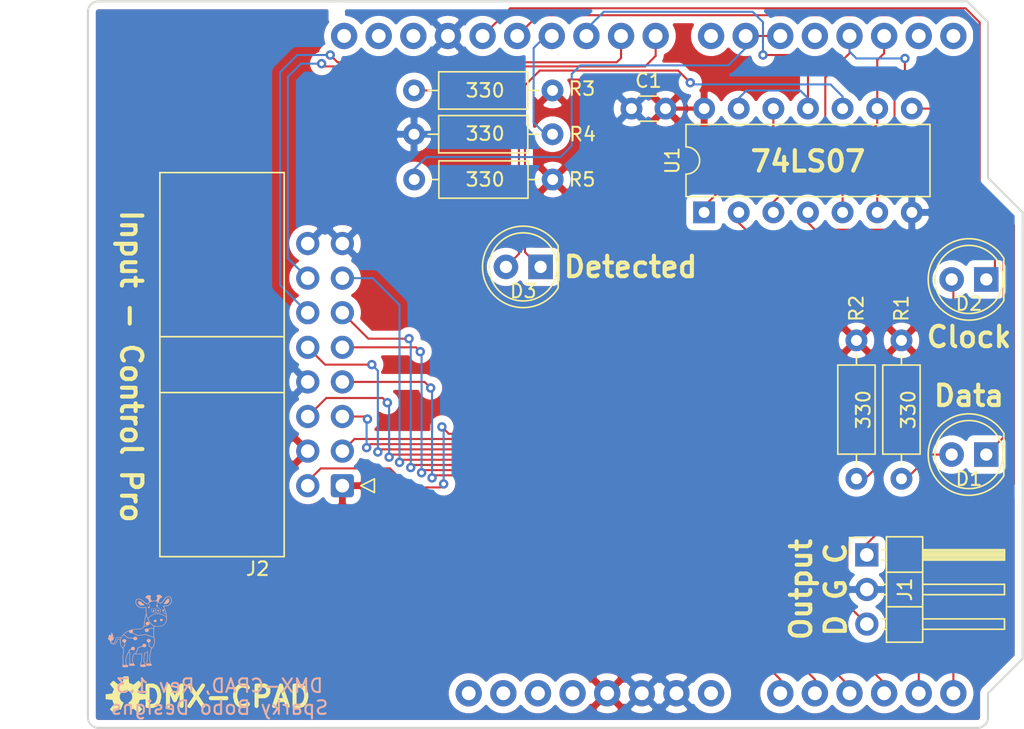
<source format=kicad_pcb>
(kicad_pcb (version 20171130) (host pcbnew "(5.1.12)-1")
  (title_block (title "DMX Demonstrator - Control Pro Adapter (DMX-CPAD)") (date 2024-05-25) (rev 1.3) (company "Sparky Bobo Designs") (comment 2 "Designed by: SparkyBobo") (comment 3 "https://creativecommons.org/licenses/by-sa/4.0/ ") (comment 4 "Released under the Creative Commons Attribution Share-Alike 4.0 License"))
  (layers (0 F.Cu signal) (31 B.Cu signal) (34 B.Paste user) (35 F.Paste user) (36 B.SilkS user) (37 F.SilkS user) (38 B.Mask user) (39 F.Mask user) (44 Edge.Cuts user))
  (net 0 "")
  (net 1 +5V)
  (net 2 /A1)
  (net 3 GND)
  (net 4 /A0)
  (net 5 "Net-(D1-Pad2)")
  (net 6 "Net-(D2-Pad2)")
  (net 7 "Net-(A1-Pad32)")
  (net 8 "Net-(A1-Pad31)")
  (net 9 "Net-(A1-Pad1)")
  (net 10 "Net-(A1-Pad2)")
  (net 11 "Net-(A1-Pad3)")
  (net 12 "Net-(A1-Pad4)")
  (net 13 "Net-(A1-Pad8)")
  (net 14 "Net-(A1-Pad26)")
  (net 15 /A2)
  (net 16 /A4)
  (net 17 "Net-(A1-Pad15)")
  (net 18 "Net-(A1-Pad16)")
  (net 19 /A5)
  (net 20 /~DATA)
  (net 21 /~CLOCK)
  (net 22 /~CLK_SLO)
  (net 23 /~CLK_FST)
  (net 24 /RX)
  (net 25 /RXCLK)
  (net 26 "Net-(A1-Pad30)")
  (net 27 /A3)
  (net 28 "Net-(A1-Pad19)")
  (net 29 "Net-(A1-Pad20)")
  (net 30 "Net-(A1-Pad22)")
  (net 31 /~HWD_DT)
  (net 32 "Net-(D1-Pad1)")
  (net 33 "Net-(D2-Pad1)")
  (net 34 /~DATA_OUT)
  (net 35 /~CLOCK_OUT)
  (net 36 /~HWD_DT_OUT)
  (net 37 "Net-(D3-Pad2)")
  (net 38 "Net-(D3-Pad1)")
  (module Connector_IDC:IDC-Header_2x08_P2.54mm_Horizontal (layer F.Cu) (at 135.001 98.806 180)
    (fp_text reference J2 (at 6.215 -6.1) (layer F.SilkS))
    (fp_text value INPUT)
    (pad 16 thru_hole circle (at 2.54 17.78 180) (size 1.7 1.7) (drill 1) (layers *.Cu *.Mask) (net 3 GND))
    (pad 14 thru_hole circle (at 2.54 15.24 180) (size 1.7 1.7) (drill 1) (layers *.Cu *.Mask) (net 23 /~CLK_FST))
    (pad 12 thru_hole circle (at 2.54 12.7 180) (size 1.7 1.7) (drill 1) (layers *.Cu *.Mask) (net 22 /~CLK_SLO))
    (pad 10 thru_hole circle (at 2.54 10.16 180) (size 1.7 1.7) (drill 1) (layers *.Cu *.Mask) (net 19 /A5))
    (pad 8 thru_hole circle (at 2.54 7.62 180) (size 1.7 1.7) (drill 1) (layers *.Cu *.Mask) (net 3 GND))
    (pad 6 thru_hole circle (at 2.54 5.08 180) (size 1.7 1.7) (drill 1) (layers *.Cu *.Mask) (net 16 /A4))
    (pad 4 thru_hole circle (at 2.54 2.54 180) (size 1.7 1.7) (drill 1) (layers *.Cu *.Mask) (net 1 +5V))
    (pad 2 thru_hole circle (at 2.54 0 180) (size 1.7 1.7) (drill 1) (layers *.Cu *.Mask) (net 31 /~HWD_DT))
    (pad 15 thru_hole circle (at 0 17.78 180) (size 1.7 1.7) (drill 1) (layers *.Cu *.Mask) (net 3 GND))
    (pad 13 thru_hole circle (at 0 15.24 180) (size 1.7 1.7) (drill 1) (layers *.Cu *.Mask) (net 27 /A3))
    (pad 11 thru_hole circle (at 0 12.7 180) (size 1.7 1.7) (drill 1) (layers *.Cu *.Mask) (net 15 /A2))
    (pad 9 thru_hole circle (at 0 10.16 180) (size 1.7 1.7) (drill 1) (layers *.Cu *.Mask) (net 2 /A1))
    (pad 7 thru_hole circle (at 0 7.62 180) (size 1.7 1.7) (drill 1) (layers *.Cu *.Mask) (net 4 /A0))
    (pad 5 thru_hole circle (at 0 5.08 180) (size 1.7 1.7) (drill 1) (layers *.Cu *.Mask) (net 20 /~DATA))
    (pad 3 thru_hole circle (at 0 2.54 180) (size 1.7 1.7) (drill 1) (layers *.Cu *.Mask) (net 21 /~CLOCK))
    (pad 1 thru_hole roundrect (at 0 0 180) (size 1.7 1.7) (drill 1) (layers *.Cu *.Mask) (roundrect_rratio 0.147059) (net 1 +5V))
  )
  (module Package_DIP:DIP-14_W7.62mm (layer F.Cu) (at 161.544 78.74 90)
    (fp_text reference U1 (at 3.81 -2.33 90) (layer F.SilkS))
    (fp_text value 74LS07)
    (pad 1 thru_hole rect (at 0 0 90) (size 1.6 1.6) (drill 0.8) (layers *.Cu *.Mask) (net 35 /~CLOCK_OUT))
    (pad 8 thru_hole oval (at 7.62 15.24 90) (size 1.6 1.6) (drill 0.8) (layers *.Cu *.Mask) (net 32 "Net-(D1-Pad1)"))
    (pad 2 thru_hole oval (at 0 2.54 90) (size 1.6 1.6) (drill 0.8) (layers *.Cu *.Mask) (net 21 /~CLOCK))
    (pad 9 thru_hole oval (at 7.62 12.7 90) (size 1.6 1.6) (drill 0.8) (layers *.Cu *.Mask) (net 34 /~DATA_OUT))
    (pad 3 thru_hole oval (at 0 5.08 90) (size 1.6 1.6) (drill 0.8) (layers *.Cu *.Mask) (net 34 /~DATA_OUT))
    (pad 10 thru_hole oval (at 7.62 10.16 90) (size 1.6 1.6) (drill 0.8) (layers *.Cu *.Mask) (net 38 "Net-(D3-Pad1)"))
    (pad 4 thru_hole oval (at 0 7.62 90) (size 1.6 1.6) (drill 0.8) (layers *.Cu *.Mask) (net 20 /~DATA))
    (pad 11 thru_hole oval (at 7.62 7.62 90) (size 1.6 1.6) (drill 0.8) (layers *.Cu *.Mask) (net 36 /~HWD_DT_OUT))
    (pad 5 thru_hole oval (at 0 10.16 90) (size 1.6 1.6) (drill 0.8) (layers *.Cu *.Mask) (net 35 /~CLOCK_OUT))
    (pad 12 thru_hole oval (at 7.62 5.08 90) (size 1.6 1.6) (drill 0.8) (layers *.Cu *.Mask) (net 31 /~HWD_DT))
    (pad 6 thru_hole oval (at 0 12.7 90) (size 1.6 1.6) (drill 0.8) (layers *.Cu *.Mask) (net 33 "Net-(D2-Pad1)"))
    (pad 13 thru_hole oval (at 7.62 2.54 90) (size 1.6 1.6) (drill 0.8) (layers *.Cu *.Mask) (net 36 /~HWD_DT_OUT))
    (pad 7 thru_hole oval (at 0 15.24 90) (size 1.6 1.6) (drill 0.8) (layers *.Cu *.Mask) (net 3 GND))
    (pad 14 thru_hole oval (at 7.62 0 90) (size 1.6 1.6) (drill 0.8) (layers *.Cu *.Mask) (net 1 +5V))
  )
  (module Resistor_THT:R_Axial_DIN0207_L6.3mm_D2.5mm_P10.16mm_Horizontal (layer F.Cu) (at 150.4315 76.327 180)
    (fp_text reference R5 (at -2.159 0 180) (layer F.SilkS))
    (fp_text value 330 (at 4.953 0 180) (layer F.SilkS))
    (pad 1 thru_hole circle (at 0 0 180) (size 1.6 1.6) (drill 0.8) (layers *.Cu *.Mask) (net 1 +5V))
    (pad 2 thru_hole oval (at 10.16 0 180) (size 1.6 1.6) (drill 0.8) (layers *.Cu *.Mask) (net 29 "Net-(A1-Pad20)"))
  )
  (module LED_THT:LED_D5.0mm (layer F.Cu) (at 149.5425 82.7405 180)
    (fp_text reference D3 (at 1.27 -1.778 180) (layer F.SilkS))
    (fp_text value DETECTED)
    (pad 1 thru_hole rect (at 0 0 180) (size 1.8 1.8) (drill 0.9) (layers *.Cu *.Mask) (net 38 "Net-(D3-Pad1)"))
    (pad 2 thru_hole circle (at 2.54 0 180) (size 1.8 1.8) (drill 0.9) (layers *.Cu *.Mask) (net 37 "Net-(D3-Pad2)"))
  )
  (module Resistor_THT:R_Axial_DIN0207_L6.3mm_D2.5mm_P10.16mm_Horizontal (layer F.Cu) (at 150.4188 72.9996 180)
    (fp_text reference R4 (at -2.2098 0 180) (layer F.SilkS))
    (fp_text value 330 (at 4.9403 0.0381 180) (layer F.SilkS))
    (pad 1 thru_hole circle (at 0 0 180) (size 1.6 1.6) (drill 0.8) (layers *.Cu *.Mask) (net 14 "Net-(A1-Pad26)"))
    (pad 2 thru_hole oval (at 10.16 0 180) (size 1.6 1.6) (drill 0.8) (layers *.Cu *.Mask) (net 3 GND))
  )
  (module Capacitor_THT:C_Disc_D3.0mm_W1.6mm_P2.50mm (layer F.Cu) (at 156.21 71.12)
    (fp_text reference C1 (at 1.25 -2.05) (layer F.SilkS))
    (fp_text value 0.1uF)
    (pad 1 thru_hole circle (at 0 0) (size 1.6 1.6) (drill 0.8) (layers *.Cu *.Mask) (net 3 GND))
    (pad 2 thru_hole circle (at 2.5 0) (size 1.6 1.6) (drill 0.8) (layers *.Cu *.Mask) (net 1 +5V))
  )
  (module footprints:ARDUINO_R3_NO_HOLES (layer F.Cu) (at 150.622 89.916)
    (fp_text reference A1 hide)
    (fp_text value Arduino_UNO_R3 hide)
    (pad 4 thru_hole circle (at 1.27 24.13) (size 1.9304 1.9304) (drill 1.016) (layers *.Cu *.Mask) (net 12 "Net-(A1-Pad4)"))
    (pad 5 thru_hole circle (at 3.81 24.13) (size 1.9304 1.9304) (drill 1.016) (layers *.Cu *.Mask) (net 1 +5V))
    (pad 9 thru_hole circle (at 16.51 24.13) (size 1.9304 1.9304) (drill 1.016) (layers *.Cu *.Mask) (net 4 /A0))
    (pad 10 thru_hole circle (at 19.05 24.13) (size 1.9304 1.9304) (drill 1.016) (layers *.Cu *.Mask) (net 2 /A1))
    (pad 11 thru_hole circle (at 21.59 24.13) (size 1.9304 1.9304) (drill 1.016) (layers *.Cu *.Mask) (net 15 /A2))
    (pad 12 thru_hole circle (at 24.13 24.13) (size 1.9304 1.9304) (drill 1.016) (layers *.Cu *.Mask) (net 27 /A3))
    (pad 13 thru_hole circle (at 26.67 24.13) (size 1.9304 1.9304) (drill 1.016) (layers *.Cu *.Mask) (net 16 /A4))
    (pad 14 thru_hole circle (at 29.21 24.13) (size 1.9304 1.9304) (drill 1.016) (layers *.Cu *.Mask) (net 19 /A5))
    (pad 30 thru_hole circle (at -10.414 -24.13) (size 1.9304 1.9304) (drill 1.016) (layers *.Cu *.Mask) (net 26 "Net-(A1-Pad30)"))
    (pad 15 thru_hole circle (at 29.21 -24.13) (size 1.9304 1.9304) (drill 1.016) (layers *.Cu *.Mask) (net 17 "Net-(A1-Pad15)"))
    (pad 16 thru_hole circle (at 26.67 -24.13) (size 1.9304 1.9304) (drill 1.016) (layers *.Cu *.Mask) (net 18 "Net-(A1-Pad16)"))
    (pad 17 thru_hole circle (at 24.13 -24.13) (size 1.9304 1.9304) (drill 1.016) (layers *.Cu *.Mask) (net 34 /~DATA_OUT))
    (pad 18 thru_hole circle (at 21.59 -24.13) (size 1.9304 1.9304) (drill 1.016) (layers *.Cu *.Mask) (net 35 /~CLOCK_OUT))
    (pad 19 thru_hole circle (at 19.05 -24.13) (size 1.9304 1.9304) (drill 1.016) (layers *.Cu *.Mask) (net 28 "Net-(A1-Pad19)"))
    (pad 20 thru_hole circle (at 16.51 -24.13) (size 1.9304 1.9304) (drill 1.016) (layers *.Cu *.Mask) (net 29 "Net-(A1-Pad20)"))
    (pad 21 thru_hole circle (at 13.97 -24.13) (size 1.9304 1.9304) (drill 1.016) (layers *.Cu *.Mask) (net 29 "Net-(A1-Pad20)"))
    (pad 22 thru_hole circle (at 11.43 -24.13) (size 1.9304 1.9304) (drill 1.016) (layers *.Cu *.Mask) (net 30 "Net-(A1-Pad22)"))
    (pad 23 thru_hole circle (at 7.366 -24.13) (size 1.9304 1.9304) (drill 1.016) (layers *.Cu *.Mask) (net 23 /~CLK_FST))
    (pad 24 thru_hole circle (at 4.826 -24.13) (size 1.9304 1.9304) (drill 1.016) (layers *.Cu *.Mask) (net 22 /~CLK_SLO))
    (pad 25 thru_hole circle (at 2.286 -24.13) (size 1.9304 1.9304) (drill 1.016) (layers *.Cu *.Mask) (net 36 /~HWD_DT_OUT))
    (pad 26 thru_hole circle (at -0.254 -24.13) (size 1.9304 1.9304) (drill 1.016) (layers *.Cu *.Mask) (net 14 "Net-(A1-Pad26)"))
    (pad 27 thru_hole circle (at -2.794 -24.13) (size 1.9304 1.9304) (drill 1.016) (layers *.Cu *.Mask) (net 24 /RX))
    (pad 28 thru_hole circle (at -5.334 -24.13) (size 1.9304 1.9304) (drill 1.016) (layers *.Cu *.Mask) (net 25 /RXCLK))
    (pad 6 thru_hole circle (at 6.35 24.13) (size 1.9304 1.9304) (drill 1.016) (layers *.Cu *.Mask) (net 3 GND))
    (pad 7 thru_hole circle (at 8.89 24.13) (size 1.9304 1.9304) (drill 1.016) (layers *.Cu *.Mask) (net 3 GND))
    (pad 29 thru_hole circle (at -7.874 -24.13) (size 1.9304 1.9304) (drill 1.016) (layers *.Cu *.Mask) (net 3 GND))
    (pad 2 thru_hole circle (at -3.81 24.13) (size 1.9304 1.9304) (drill 1.016) (layers *.Cu *.Mask) (net 10 "Net-(A1-Pad2)"))
    (pad 1 thru_hole circle (at -6.35 24.13) (size 1.9304 1.9304) (drill 1.016) (layers *.Cu *.Mask) (net 9 "Net-(A1-Pad1)"))
    (pad 3 thru_hole circle (at -1.27 24.13) (size 1.9304 1.9304) (drill 1.016) (layers *.Cu *.Mask) (net 11 "Net-(A1-Pad3)"))
    (pad 32 thru_hole circle (at -15.494 -24.13) (size 1.9304 1.9304) (drill 1.016) (layers *.Cu *.Mask) (net 7 "Net-(A1-Pad32)"))
    (pad 31 thru_hole circle (at -12.954 -24.13) (size 1.9304 1.9304) (drill 1.016) (layers *.Cu *.Mask) (net 8 "Net-(A1-Pad31)"))
    (pad 8 thru_hole circle (at 11.43 24.13) (size 1.9304 1.9304) (drill 1.016) (layers *.Cu *.Mask) (net 13 "Net-(A1-Pad8)"))
  )
  (module Resistor_THT:R_Axial_DIN0207_L6.3mm_D2.5mm_P10.16mm_Horizontal (layer F.Cu) (at 172.72 88.138 270)
    (fp_text reference R2 (at -2.3495 0 270) (layer F.SilkS))
    (fp_text value 330 (at 5.08 -0.508 270) (layer F.SilkS))
    (pad 2 thru_hole oval (at 10.16 0 270) (size 1.6 1.6) (drill 0.8) (layers *.Cu *.Mask) (net 6 "Net-(D2-Pad2)"))
    (pad 1 thru_hole circle (at 0 0 270) (size 1.6 1.6) (drill 0.8) (layers *.Cu *.Mask) (net 1 +5V))
  )
  (module Resistor_THT:R_Axial_DIN0207_L6.3mm_D2.5mm_P10.16mm_Horizontal (layer F.Cu) (at 150.4188 69.7865 180)
    (fp_text reference R3 (at -2.159 0.127 180) (layer F.SilkS))
    (fp_text value 330 (at 4.9403 0 180) (layer F.SilkS))
    (pad 2 thru_hole oval (at 10.16 0 180) (size 1.6 1.6) (drill 0.8) (layers *.Cu *.Mask) (net 37 "Net-(D3-Pad2)"))
    (pad 1 thru_hole circle (at 0 0 180) (size 1.6 1.6) (drill 0.8) (layers *.Cu *.Mask) (net 1 +5V))
  )
  (module Resistor_THT:R_Axial_DIN0207_L6.3mm_D2.5mm_P10.16mm_Horizontal (layer F.Cu) (at 176.022 88.138 270)
    (fp_text reference R1 (at -2.3495 0 270) (layer F.SilkS))
    (fp_text value 330 (at 5.08 -0.508 270) (layer F.SilkS))
    (pad 1 thru_hole circle (at 0 0 270) (size 1.6 1.6) (drill 0.8) (layers *.Cu *.Mask) (net 1 +5V))
    (pad 2 thru_hole oval (at 10.16 0 270) (size 1.6 1.6) (drill 0.8) (layers *.Cu *.Mask) (net 5 "Net-(D1-Pad2)"))
  )
  (module LED_THT:LED_D5.0mm (layer F.Cu) (at 182.245 96.52 180)
    (fp_text reference D1 (at 1.27 -1.778 180) (layer F.SilkS))
    (fp_text value DATA)
    (pad 1 thru_hole rect (at 0 0 180) (size 1.8 1.8) (drill 0.9) (layers *.Cu *.Mask) (net 32 "Net-(D1-Pad1)"))
    (pad 2 thru_hole circle (at 2.54 0 180) (size 1.8 1.8) (drill 0.9) (layers *.Cu *.Mask) (net 5 "Net-(D1-Pad2)"))
  )
  (module Connector_PinHeader_2.54mm:PinHeader_1x03_P2.54mm_Horizontal (layer F.Cu) (at 173.482 103.886)
    (fp_text reference J1 (at 2.794 2.54 270) (layer F.SilkS))
    (fp_text value Output)
    (pad 1 thru_hole rect (at 0 0) (size 1.7 1.7) (drill 1) (layers *.Cu *.Mask) (net 25 /RXCLK))
    (pad 2 thru_hole oval (at 0 2.54) (size 1.7 1.7) (drill 1) (layers *.Cu *.Mask) (net 3 GND))
    (pad 3 thru_hole oval (at 0 5.08) (size 1.7 1.7) (drill 1) (layers *.Cu *.Mask) (net 24 /RX))
  )
  (module LED_THT:LED_D5.0mm (layer F.Cu) (at 182.245 83.662 180)
    (fp_text reference D2 (at 1.27 -1.778 180) (layer F.SilkS))
    (fp_text value CLOCK)
    (pad 2 thru_hole circle (at 2.54 0 180) (size 1.8 1.8) (drill 0.9) (layers *.Cu *.Mask) (net 6 "Net-(D2-Pad2)"))
    (pad 1 thru_hole rect (at 0 0 180) (size 1.8 1.8) (drill 0.9) (layers *.Cu *.Mask) (net 33 "Net-(D2-Pad1)"))
  )
  (module footprints:OSHW-LOGO-S (layer F.Cu) (at 119.126 114.3)
    (fp_text reference "" (at 0 0) (layer F.SilkS) (effects (font (size 1.524 1.524))))
    (fp_text value "" (at 0 0) (layer F.SilkS) (effects (font (size 1.524 1.524))))
  )
  (module footprints:logo_cr_5x5 (layer B.Cu) (at 120.142 109.474 180)
    (fp_text reference G*** hide)
    (fp_text value LOGO hide)
  )
  (gr_text 74LS07 (at 169.164 74.9935) (layer F.SilkS) (effects (font (size 1.5 1.5) (thickness 0.3))))
  (gr_text Detected (at 156.1465 82.7405) (layer F.SilkS) (effects (font (size 1.5 1.5) (thickness 0.3))))
  (gr_text "Input - Control Pro" (at 119.507 90.043 -90) (layer F.SilkS) (effects (font (size 1.5 1.5) (thickness 0.3))))
  (gr_arc (start 181.61 115.824) (end 181.61 116.586) (angle -90) (layer Edge.Cuts) (width 0.15))
  (gr_arc (start 117.094 115.824) (end 116.332 115.824) (angle -90) (layer Edge.Cuts) (width 0.15))
  (gr_arc (start 117.094 64.008) (end 117.094 63.246) (angle -90) (layer Edge.Cuts) (width 0.15))
  (gr_line (start 116.332 115.824) (end 116.332 64.008) (layer Edge.Cuts) (width 0.15))
  (gr_line (start 181.61 116.586) (end 117.094 116.586) (layer Edge.Cuts) (width 0.15))
  (gr_line (start 182.372 114.046) (end 182.372 115.824) (layer Edge.Cuts) (width 0.15))
  (gr_line (start 184.912 111.506) (end 182.372 114.046) (layer Edge.Cuts) (width 0.15))
  (gr_line (start 184.912 78.74) (end 184.912 111.506) (layer Edge.Cuts) (width 0.15))
  (gr_line (start 182.372 76.2) (end 184.912 78.74) (layer Edge.Cuts) (width 0.15))
  (gr_line (start 182.372 64.77) (end 182.372 76.2) (layer Edge.Cuts) (width 0.15))
  (gr_line (start 180.848 63.246) (end 182.372 64.77) (layer Edge.Cuts) (width 0.15))
  (gr_line (start 117.094 63.246) (end 180.848 63.246) (layer Edge.Cuts) (width 0.15))
  (gr_text "DMX-CPAD, Rev 1.3\nSparky Bobo Designs" (at 125.984 114.3) (layer B.SilkS) (effects (font (size 1 1)) (justify mirror)))
  (gr_text DMX-CPAD (at 126.492 114.3) (layer F.SilkS) (effects (font (size 1.5 1.5) (thickness 0.3))))
  (gr_text Clock (at 180.975 87.884) (layer F.SilkS) (effects (font (size 1.5 1.5) (thickness 0.3))))
  (gr_text Output (at 168.656 106.426 90) (layer F.SilkS) (effects (font (size 1.5 1.5) (thickness 0.3))))
  (gr_text "D G C" (at 171.196 106.426 90) (layer F.SilkS) (effects (font (size 1.5 1.5) (thickness 0.3))))
  (gr_text Data (at 180.975 92.202) (layer F.SilkS) (effects (font (size 1.5 1.5) (thickness 0.3))))
  (segment (start 154.432 114.046) (end 153.997154 114.046) (width 0.3048) (layer F.Cu) (net 1))
  (segment (start 158.71 71.12) (end 161.544 71.12) (width 0.3048) (layer F.Cu) (net 1))
  (via (at 140.812688 97.8535) (size 0.6858) (drill 0.3302) (layers F.Cu B.Cu) (net 2))
  (segment (start 141.003188 97.663) (end 140.812688 97.8535) (width 0.1524) (layer F.Cu) (net 2))
  (segment (start 165.354 97.663) (end 141.003188 97.663) (width 0.1524) (layer F.Cu) (net 2))
  (segment (start 165.735 98.044) (end 165.354 97.663) (width 0.1524) (layer F.Cu) (net 2))
  (segment (start 165.735 110.236) (end 165.735 98.044) (width 0.1524) (layer F.Cu) (net 2))
  (segment (start 168.021 112.522) (end 165.735 110.236) (width 0.1524) (layer F.Cu) (net 2))
  (segment (start 169.164 112.522) (end 168.021 112.522) (width 0.1524) (layer F.Cu) (net 2))
  (segment (start 169.672 113.03) (end 169.164 112.522) (width 0.1524) (layer F.Cu) (net 2))
  (segment (start 169.672 114.046) (end 169.672 113.03) (width 0.1524) (layer F.Cu) (net 2))
  (via (at 140.716 88.9635) (size 0.6858) (drill 0.3302) (layers F.Cu B.Cu) (net 2))
  (segment (start 140.812688 89.060188) (end 140.716 88.9635) (width 0.1524) (layer B.Cu) (net 2))
  (segment (start 140.3985 88.646) (end 140.716 88.9635) (width 0.1524) (layer F.Cu) (net 2))
  (segment (start 135.001 88.646) (end 140.3985 88.646) (width 0.1524) (layer F.Cu) (net 2))
  (segment (start 140.812688 97.8535) (end 140.812688 89.060188) (width 0.1524) (layer B.Cu) (net 2))
  (segment (start 176.784 78.74) (end 176.784 78.994) (width 0.1524) (layer F.Cu) (net 3))
  (segment (start 176.784 77.978) (end 176.784 78.74) (width 0.1524) (layer F.Cu) (net 3))
  (segment (start 140.208 73.0504) (end 140.2588 72.9996) (width 0.1524) (layer F.Cu) (net 3))
  (via (at 141.581137 98.2345) (size 0.6858) (drill 0.3302) (layers F.Cu B.Cu) (net 4))
  (segment (start 165.1 98.044) (end 141.771637 98.044) (width 0.1524) (layer F.Cu) (net 4))
  (segment (start 165.354 111.252) (end 165.354 98.298) (width 0.1524) (layer F.Cu) (net 4))
  (segment (start 141.771637 98.044) (end 141.581137 98.2345) (width 0.1524) (layer F.Cu) (net 4))
  (segment (start 165.354 98.298) (end 165.1 98.044) (width 0.1524) (layer F.Cu) (net 4))
  (segment (start 167.132 113.03) (end 165.354 111.252) (width 0.1524) (layer F.Cu) (net 4))
  (segment (start 167.132 114.046) (end 167.132 113.03) (width 0.1524) (layer F.Cu) (net 4))
  (segment (start 135.001 91.186) (end 141.0335 91.186) (width 0.1524) (layer F.Cu) (net 4))
  (segment (start 141.581137 91.733637) (end 141.478 91.6305) (width 0.1524) (layer B.Cu) (net 4))
  (segment (start 141.581137 98.2345) (end 141.581137 91.733637) (width 0.1524) (layer B.Cu) (net 4))
  (segment (start 141.0335 91.186) (end 141.478 91.6305) (width 0.1524) (layer F.Cu) (net 4))
  (via (at 141.478 91.6305) (size 0.6858) (drill 0.3302) (layers F.Cu B.Cu) (net 4))
  (segment (start 178.1556 96.52) (end 179.705 96.52) (width 0.1524) (layer F.Cu) (net 5))
  (segment (start 176.022 98.298) (end 176.3776 98.298) (width 0.1524) (layer F.Cu) (net 5))
  (segment (start 176.3776 98.298) (end 178.1556 96.52) (width 0.1524) (layer F.Cu) (net 5))
  (segment (start 172.72 98.298) (end 173.355 98.298) (width 0.1524) (layer F.Cu) (net 6))
  (segment (start 173.355 98.298) (end 179.832 91.821) (width 0.1524) (layer F.Cu) (net 6))
  (segment (start 179.832 83.789) (end 179.832 91.821) (width 0.1524) (layer F.Cu) (net 6))
  (segment (start 179.705 83.662) (end 179.832 83.789) (width 0.1524) (layer F.Cu) (net 6))
  (segment (start 149.8981 72.9996) (end 150.4188 72.9996) (width 0.1524) (layer B.Cu) (net 14))
  (segment (start 149.0345 72.136) (end 149.8981 72.9996) (width 0.1524) (layer B.Cu) (net 14))
  (segment (start 149.0345 66.675) (end 149.0345 72.136) (width 0.1524) (layer B.Cu) (net 14))
  (segment (start 150.368 65.786) (end 149.9235 65.786) (width 0.1524) (layer B.Cu) (net 14))
  (segment (start 149.9235 65.786) (end 149.0345 66.675) (width 0.1524) (layer B.Cu) (net 14))
  (via (at 140.0175 97.4725) (size 0.6858) (drill 0.3302) (layers F.Cu B.Cu) (net 15))
  (segment (start 165.608 97.282) (end 140.208 97.282) (width 0.1524) (layer F.Cu) (net 15))
  (segment (start 166.116 97.79) (end 165.608 97.282) (width 0.1524) (layer F.Cu) (net 15))
  (segment (start 168.021 112.014) (end 166.116 110.109) (width 0.1524) (layer F.Cu) (net 15))
  (segment (start 170.688 112.014) (end 168.021 112.014) (width 0.1524) (layer F.Cu) (net 15))
  (segment (start 140.208 97.282) (end 140.0175 97.4725) (width 0.1524) (layer F.Cu) (net 15))
  (segment (start 172.212 113.538) (end 170.688 112.014) (width 0.1524) (layer F.Cu) (net 15))
  (segment (start 166.116 110.109) (end 166.116 97.79) (width 0.1524) (layer F.Cu) (net 15))
  (segment (start 172.212 114.046) (end 172.212 113.538) (width 0.1524) (layer F.Cu) (net 15))
  (via (at 139.8905 88.011) (size 0.6858) (drill 0.3302) (layers F.Cu B.Cu) (net 15))
  (segment (start 140.0175 97.4725) (end 140.0175 88.138) (width 0.1524) (layer B.Cu) (net 15))
  (segment (start 140.0175 88.138) (end 139.8905 88.011) (width 0.1524) (layer B.Cu) (net 15))
  (segment (start 136.906 88.011) (end 139.8905 88.011) (width 0.1524) (layer F.Cu) (net 15))
  (segment (start 135.001 86.106) (end 136.906 88.011) (width 0.1524) (layer F.Cu) (net 15))
  (segment (start 177.292 114.046) (end 177.292 112.268) (width 0.1524) (layer F.Cu) (net 16))
  (segment (start 166.878 97.2185) (end 166.1795 96.52) (width 0.1524) (layer F.Cu) (net 16))
  (segment (start 168.021 110.998) (end 166.878 109.855) (width 0.1524) (layer F.Cu) (net 16))
  (segment (start 176.022 110.998) (end 177.292 112.268) (width 0.1524) (layer F.Cu) (net 16))
  (segment (start 168.021 110.998) (end 176.022 110.998) (width 0.1524) (layer F.Cu) (net 16))
  (segment (start 166.878 109.855) (end 166.878 97.2185) (width 0.1524) (layer F.Cu) (net 16))
  (segment (start 166.1795 96.52) (end 138.568725 96.52) (width 0.1524) (layer F.Cu) (net 16))
  (via (at 138.43 96.7105) (size 0.6858) (drill 0.3302) (layers F.Cu B.Cu) (net 16))
  (segment (start 138.568725 96.571775) (end 138.43 96.7105) (width 0.1524) (layer F.Cu) (net 16))
  (segment (start 138.568725 96.52) (end 138.568725 96.571775) (width 0.1524) (layer F.Cu) (net 16))
  (via (at 138.303012 92.71) (size 0.6858) (drill 0.3302) (layers F.Cu B.Cu) (net 16))
  (segment (start 138.43 96.7105) (end 138.43 92.836988) (width 0.1524) (layer B.Cu) (net 16))
  (segment (start 138.43 92.836988) (end 138.303012 92.71) (width 0.1524) (layer B.Cu) (net 16))
  (segment (start 132.461 93.726) (end 133.819899 92.367101) (width 0.1524) (layer F.Cu) (net 16))
  (segment (start 133.819899 92.367101) (end 137.960113 92.367101) (width 0.1524) (layer F.Cu) (net 16))
  (segment (start 137.960113 92.367101) (end 138.303012 92.71) (width 0.1524) (layer F.Cu) (net 16))
  (segment (start 167.259 97.028) (end 166.37 96.139) (width 0.1524) (layer F.Cu) (net 19))
  (segment (start 168.148 110.49) (end 167.259 109.601) (width 0.1524) (layer F.Cu) (net 19))
  (segment (start 166.37 96.139) (end 138.557 96.139) (width 0.1524) (layer F.Cu) (net 19))
  (segment (start 167.259 109.601) (end 167.259 97.028) (width 0.1524) (layer F.Cu) (net 19))
  (segment (start 138.557 96.139) (end 137.795 96.139) (width 0.1524) (layer F.Cu) (net 19))
  (segment (start 179.832 113.792) (end 179.832 114.046) (width 0.1524) (layer F.Cu) (net 19))
  (segment (start 179.832 113.284) (end 179.832 113.792) (width 0.1524) (layer F.Cu) (net 19))
  (segment (start 179.832 113.284) (end 179.832 114.046) (width 0.1524) (layer F.Cu) (net 19))
  (segment (start 132.461 88.646) (end 133.731 89.916) (width 0.1524) (layer F.Cu) (net 19))
  (segment (start 179.832 112.141) (end 179.832 114.046) (width 0.1524) (layer F.Cu) (net 19))
  (segment (start 178.181 110.49) (end 179.832 112.141) (width 0.1524) (layer F.Cu) (net 19))
  (segment (start 168.148 110.49) (end 178.181 110.49) (width 0.1524) (layer F.Cu) (net 19))
  (via (at 137.6045 96.3295) (size 0.6858) (drill 0.3302) (layers F.Cu B.Cu) (net 19))
  (segment (start 137.795 96.139) (end 137.6045 96.3295) (width 0.1524) (layer F.Cu) (net 19))
  (segment (start 137.6045 90.3605) (end 137.16 89.916) (width 0.1524) (layer B.Cu) (net 19))
  (segment (start 137.6045 96.3295) (end 137.6045 90.3605) (width 0.1524) (layer B.Cu) (net 19))
  (via (at 137.16 89.916) (size 0.6858) (drill 0.3302) (layers F.Cu B.Cu) (net 19))
  (segment (start 133.731 89.916) (end 137.16 89.916) (width 0.1524) (layer F.Cu) (net 19))
  (segment (start 169.672 80.01) (end 169.164 79.502) (width 0.1524) (layer F.Cu) (net 20))
  (segment (start 176.276 80.01) (end 169.672 80.01) (width 0.1524) (layer F.Cu) (net 20))
  (segment (start 177.8 81.534) (end 176.276 80.01) (width 0.1524) (layer F.Cu) (net 20))
  (segment (start 169.164 79.502) (end 169.164 78.74) (width 0.1524) (layer F.Cu) (net 20))
  (segment (start 177.8 84.074) (end 177.8 81.534) (width 0.1524) (layer F.Cu) (net 20))
  (segment (start 179.324 85.598) (end 177.8 84.074) (width 0.1524) (layer F.Cu) (net 20))
  (segment (start 179.324 91.694) (end 179.324 85.598) (width 0.1524) (layer F.Cu) (net 20))
  (segment (start 175.26 95.758) (end 179.324 91.694) (width 0.1524) (layer F.Cu) (net 20))
  (segment (start 137.4775 95.758) (end 175.26 95.758) (width 0.1524) (layer F.Cu) (net 20))
  (via (at 136.779 96.012) (size 0.6858) (drill 0.3302) (layers F.Cu B.Cu) (net 20))
  (segment (start 137.033 95.758) (end 136.779 96.012) (width 0.1524) (layer F.Cu) (net 20))
  (segment (start 137.4775 95.758) (end 137.033 95.758) (width 0.1524) (layer F.Cu) (net 20))
  (segment (start 136.779 93.98) (end 136.8425 93.9165) (width 0.1524) (layer B.Cu) (net 20))
  (segment (start 136.779 96.012) (end 136.779 93.98) (width 0.1524) (layer B.Cu) (net 20))
  (segment (start 136.779 93.9165) (end 136.8425 93.9165) (width 0.1524) (layer F.Cu) (net 20))
  (segment (start 136.5885 93.726) (end 136.779 93.9165) (width 0.1524) (layer F.Cu) (net 20))
  (via (at 136.8425 93.9165) (size 0.6858) (drill 0.3302) (layers F.Cu B.Cu) (net 20))
  (segment (start 135.001 93.726) (end 136.5885 93.726) (width 0.1524) (layer F.Cu) (net 20))
  (segment (start 135.89 95.377) (end 135.001 96.266) (width 0.1524) (layer F.Cu) (net 21))
  (segment (start 175.133 95.377) (end 135.89 95.377) (width 0.1524) (layer F.Cu) (net 21))
  (segment (start 178.816 91.694) (end 175.133 95.377) (width 0.1524) (layer F.Cu) (net 21))
  (segment (start 178.816 85.852) (end 178.816 91.694) (width 0.1524) (layer F.Cu) (net 21))
  (segment (start 177.292 84.328) (end 178.816 85.852) (width 0.1524) (layer F.Cu) (net 21))
  (segment (start 177.292 81.788) (end 177.292 84.328) (width 0.1524) (layer F.Cu) (net 21))
  (segment (start 176.022 80.518) (end 177.292 81.788) (width 0.1524) (layer F.Cu) (net 21))
  (segment (start 165.1 80.518) (end 176.022 80.518) (width 0.1524) (layer F.Cu) (net 21))
  (segment (start 164.084 79.502) (end 165.1 80.518) (width 0.1524) (layer F.Cu) (net 21))
  (segment (start 164.084 78.74) (end 164.084 79.502) (width 0.1524) (layer F.Cu) (net 21))
  (segment (start 155.448 67.39888) (end 155.1305 67.71638) (width 0.1524) (layer F.Cu) (net 22))
  (segment (start 155.448 65.786) (end 155.448 67.39888) (width 0.1524) (layer F.Cu) (net 22))
  (segment (start 134.64538 67.71638) (end 134.112 67.183) (width 0.1524) (layer F.Cu) (net 22))
  (segment (start 155.1305 67.71638) (end 134.64538 67.71638) (width 0.1524) (layer F.Cu) (net 22))
  (via (at 134.112 67.183) (size 0.6858) (drill 0.3302) (layers F.Cu B.Cu) (net 22))
  (segment (start 130.429 84.074) (end 132.461 86.106) (width 0.1524) (layer B.Cu) (net 22))
  (segment (start 130.429 68.453) (end 130.429 84.074) (width 0.1524) (layer B.Cu) (net 22))
  (segment (start 131.699 67.183) (end 130.429 68.453) (width 0.1524) (layer B.Cu) (net 22))
  (segment (start 134.112 67.183) (end 131.699 67.183) (width 0.1524) (layer B.Cu) (net 22))
  (segment (start 157.988 65.786) (end 157.988 67.2465) (width 0.1524) (layer F.Cu) (net 23))
  (segment (start 157.988 67.2465) (end 157.21331 68.02119) (width 0.1524) (layer F.Cu) (net 23))
  (segment (start 138.92531 68.02119) (end 138.67131 68.02119) (width 0.1524) (layer F.Cu) (net 23))
  (segment (start 157.21331 68.02119) (end 138.92531 68.02119) (width 0.1524) (layer F.Cu) (net 23))
  (segment (start 131.0005 82.1055) (end 132.461 83.566) (width 0.1524) (layer B.Cu) (net 23))
  (segment (start 131.0005 68.783203) (end 131.0005 82.1055) (width 0.1524) (layer B.Cu) (net 23))
  (via (at 133.477 67.818) (size 0.6858) (drill 0.3302) (layers F.Cu B.Cu) (net 23))
  (segment (start 133.68019 68.02119) (end 133.477 67.818) (width 0.1524) (layer F.Cu) (net 23))
  (segment (start 134.86131 68.02119) (end 133.68019 68.02119) (width 0.1524) (layer F.Cu) (net 23))
  (segment (start 134.86131 68.02119) (end 138.92531 68.02119) (width 0.1524) (layer F.Cu) (net 23))
  (segment (start 133.477 67.818) (end 131.953 67.818) (width 0.1524) (layer B.Cu) (net 23))
  (segment (start 131.953 67.830703) (end 131.0005 68.783203) (width 0.1524) (layer B.Cu) (net 23))
  (segment (start 131.953 67.818) (end 131.953 67.830703) (width 0.1524) (layer B.Cu) (net 23))
  (segment (start 172.632001 108.116001) (end 173.482 108.966) (width 0.1524) (layer F.Cu) (net 24))
  (segment (start 172.0596 107.5436) (end 172.632001 108.116001) (width 0.1524) (layer F.Cu) (net 24))
  (segment (start 180.594 101.854) (end 172.7708 101.854) (width 0.1524) (layer F.Cu) (net 24))
  (segment (start 183.896 98.552) (end 180.594 101.854) (width 0.1524) (layer F.Cu) (net 24))
  (segment (start 172.7708 101.854) (end 172.0596 102.5652) (width 0.1524) (layer F.Cu) (net 24))
  (segment (start 147.828 65.786) (end 149.352 64.262) (width 0.1524) (layer F.Cu) (net 24))
  (segment (start 172.0596 102.5652) (end 172.0596 107.5436) (width 0.1524) (layer F.Cu) (net 24))
  (segment (start 180.594 64.262) (end 181.356 65.024) (width 0.1524) (layer F.Cu) (net 24))
  (segment (start 181.356 65.024) (end 181.356 77.216) (width 0.1524) (layer F.Cu) (net 24))
  (segment (start 181.356 77.216) (end 183.896 79.756) (width 0.1524) (layer F.Cu) (net 24))
  (segment (start 149.352 64.262) (end 180.594 64.262) (width 0.1524) (layer F.Cu) (net 24))
  (segment (start 183.896 79.756) (end 183.896 98.552) (width 0.1524) (layer F.Cu) (net 24))
  (segment (start 145.6944 66.1924) (end 145.288 65.786) (width 0.1524) (layer F.Cu) (net 25))
  (segment (start 174.1932 102.362) (end 173.482 103.0732) (width 0.1524) (layer F.Cu) (net 25))
  (segment (start 180.594 102.362) (end 174.1932 102.362) (width 0.1524) (layer F.Cu) (net 25))
  (segment (start 184.277 98.679) (end 180.594 102.362) (width 0.1524) (layer F.Cu) (net 25))
  (segment (start 147.32 63.754) (end 180.721 63.754) (width 0.1524) (layer F.Cu) (net 25))
  (segment (start 145.288 65.786) (end 147.32 63.754) (width 0.1524) (layer F.Cu) (net 25))
  (segment (start 173.482 103.0732) (end 173.482 103.886) (width 0.1524) (layer F.Cu) (net 25))
  (segment (start 180.721 63.754) (end 181.7624 64.7954) (width 0.1524) (layer F.Cu) (net 25))
  (segment (start 181.7624 64.7954) (end 181.7624 77.1652) (width 0.1524) (layer F.Cu) (net 25))
  (segment (start 181.7624 77.1652) (end 184.277 79.6798) (width 0.1524) (layer F.Cu) (net 25))
  (segment (start 184.277 79.6798) (end 184.277 98.679) (width 0.1524) (layer F.Cu) (net 25))
  (via (at 139.194363 97.0915) (size 0.6858) (drill 0.3302) (layers F.Cu B.Cu) (net 27))
  (segment (start 165.862 96.901) (end 139.384863 96.901) (width 0.1524) (layer F.Cu) (net 27))
  (segment (start 166.497 97.536) (end 165.862 96.901) (width 0.1524) (layer F.Cu) (net 27))
  (segment (start 139.384863 96.901) (end 139.194363 97.0915) (width 0.1524) (layer F.Cu) (net 27))
  (segment (start 172.974 111.506) (end 168.021 111.506) (width 0.1524) (layer F.Cu) (net 27))
  (segment (start 166.497 109.982) (end 166.497 97.536) (width 0.1524) (layer F.Cu) (net 27))
  (segment (start 168.021 111.506) (end 166.497 109.982) (width 0.1524) (layer F.Cu) (net 27))
  (segment (start 174.752 113.284) (end 172.974 111.506) (width 0.1524) (layer F.Cu) (net 27))
  (segment (start 174.752 114.046) (end 174.752 113.284) (width 0.1524) (layer F.Cu) (net 27))
  (segment (start 137.2235 83.566) (end 135.001 83.566) (width 0.1524) (layer B.Cu) (net 27))
  (segment (start 139.194363 85.536863) (end 137.2235 83.566) (width 0.1524) (layer B.Cu) (net 27))
  (segment (start 139.194363 97.0915) (end 139.194363 85.536863) (width 0.1524) (layer B.Cu) (net 27))
  (segment (start 167.132 65.786) (end 164.592 65.786) (width 0.1524) (layer F.Cu) (net 29))
  (segment (start 140.2715 75.565) (end 140.2715 76.327) (width 0.1524) (layer B.Cu) (net 29))
  (segment (start 141.1605 74.676) (end 140.2715 75.565) (width 0.1524) (layer B.Cu) (net 29))
  (segment (start 151.003 74.676) (end 141.1605 74.676) (width 0.1524) (layer B.Cu) (net 29))
  (segment (start 151.8285 73.8505) (end 151.003 74.676) (width 0.1524) (layer B.Cu) (net 29))
  (segment (start 151.8285 68.58) (end 151.8285 73.8505) (width 0.1524) (layer B.Cu) (net 29))
  (segment (start 164.592 66.675) (end 163.322 67.945) (width 0.1524) (layer B.Cu) (net 29))
  (segment (start 152.4635 67.945) (end 151.8285 68.58) (width 0.1524) (layer B.Cu) (net 29))
  (segment (start 163.322 67.945) (end 152.4635 67.945) (width 0.1524) (layer B.Cu) (net 29))
  (segment (start 164.592 65.786) (end 164.592 66.675) (width 0.1524) (layer B.Cu) (net 29))
  (segment (start 166.624 71.12) (end 166.624 72.39) (width 0.1524) (layer F.Cu) (net 31))
  (segment (start 165.989 73.025) (end 163.449 73.025) (width 0.1524) (layer F.Cu) (net 31))
  (segment (start 176.784 84.582) (end 178.308 86.106) (width 0.1524) (layer F.Cu) (net 31))
  (segment (start 163.449 73.025) (end 160.0835 76.3905) (width 0.1524) (layer F.Cu) (net 31))
  (segment (start 178.308 86.106) (end 178.308 91.694) (width 0.1524) (layer F.Cu) (net 31))
  (segment (start 160.0835 76.3905) (end 160.0835 80.01) (width 0.1524) (layer F.Cu) (net 31))
  (segment (start 160.0835 80.01) (end 161.0995 81.026) (width 0.1524) (layer F.Cu) (net 31))
  (segment (start 161.0995 81.026) (end 175.768 81.026) (width 0.1524) (layer F.Cu) (net 31))
  (segment (start 175.768 81.026) (end 176.784 82.042) (width 0.1524) (layer F.Cu) (net 31))
  (segment (start 176.784 82.042) (end 176.784 84.582) (width 0.1524) (layer F.Cu) (net 31))
  (segment (start 166.624 72.39) (end 165.989 73.025) (width 0.1524) (layer F.Cu) (net 31))
  (segment (start 178.308 91.694) (end 175.006 94.996) (width 0.1524) (layer F.Cu) (net 31))
  (via (at 142.4305 98.679) (size 0.6858) (drill 0.3302) (layers F.Cu B.Cu) (net 31))
  (via (at 142.3035 94.488) (size 0.6858) (drill 0.3302) (layers F.Cu B.Cu) (net 31))
  (segment (start 142.4305 94.615) (end 142.3035 94.488) (width 0.1524) (layer B.Cu) (net 31))
  (segment (start 142.4305 98.679) (end 142.4305 94.615) (width 0.1524) (layer B.Cu) (net 31))
  (segment (start 142.3035 94.488) (end 142.8115 94.996) (width 0.1524) (layer F.Cu) (net 31))
  (segment (start 175.006 94.996) (end 142.8115 94.996) (width 0.1524) (layer F.Cu) (net 31))
  (segment (start 139.8905 98.933) (end 142.1765 98.933) (width 0.1524) (layer F.Cu) (net 31))
  (segment (start 138.4935 97.536) (end 139.8905 98.933) (width 0.1524) (layer F.Cu) (net 31))
  (segment (start 133.4135 97.536) (end 138.4935 97.536) (width 0.1524) (layer F.Cu) (net 31))
  (segment (start 142.1765 98.933) (end 142.4305 98.679) (width 0.1524) (layer F.Cu) (net 31))
  (segment (start 132.461 98.4885) (end 133.4135 97.536) (width 0.1524) (layer F.Cu) (net 31))
  (segment (start 132.461 98.806) (end 132.461 98.4885) (width 0.1524) (layer F.Cu) (net 31))
  (segment (start 183.515 95.25) (end 182.245 96.52) (width 0.1524) (layer F.Cu) (net 32))
  (segment (start 183.515 79.883) (end 183.515 95.25) (width 0.1524) (layer F.Cu) (net 32))
  (segment (start 180.848 77.216) (end 183.515 79.883) (width 0.1524) (layer F.Cu) (net 32))
  (segment (start 180.848 71.882) (end 180.848 77.216) (width 0.1524) (layer F.Cu) (net 32))
  (segment (start 179.324 71.12) (end 180.086 71.12) (width 0.1524) (layer F.Cu) (net 32))
  (segment (start 180.086 71.12) (end 180.848 71.882) (width 0.1524) (layer F.Cu) (net 32))
  (segment (start 179.324 71.12) (end 176.784 71.12) (width 0.1524) (layer F.Cu) (net 32))
  (segment (start 174.244 77.5335) (end 174.244 78.74) (width 0.1524) (layer F.Cu) (net 33))
  (segment (start 182.245 83.439) (end 182.88 82.804) (width 0.1524) (layer F.Cu) (net 33))
  (segment (start 182.245 83.662) (end 182.245 83.439) (width 0.1524) (layer F.Cu) (net 33))
  (segment (start 182.88 82.804) (end 182.88 79.756) (width 0.1524) (layer F.Cu) (net 33))
  (segment (start 182.88 79.756) (end 180.34 77.216) (width 0.1524) (layer F.Cu) (net 33))
  (segment (start 180.34 77.216) (end 174.5615 77.216) (width 0.1524) (layer F.Cu) (net 33))
  (segment (start 174.5615 77.216) (end 174.244 77.5335) (width 0.1524) (layer F.Cu) (net 33))
  (segment (start 174.752 67.056) (end 174.752 65.786) (width 0.1524) (layer F.Cu) (net 34))
  (segment (start 174.752 67.056) (end 174.244 67.564) (width 0.1524) (layer F.Cu) (net 34))
  (segment (start 174.244 67.564) (end 174.244 71.12) (width 0.1524) (layer F.Cu) (net 34))
  (segment (start 166.624 77.978) (end 166.624 78.74) (width 0.1524) (layer F.Cu) (net 34))
  (segment (start 167.4495 77.1525) (end 166.624 77.978) (width 0.1524) (layer F.Cu) (net 34))
  (segment (start 169.3545 77.1525) (end 167.4495 77.1525) (width 0.1524) (layer F.Cu) (net 34))
  (segment (start 174.244 71.12) (end 174.244 72.263) (width 0.1524) (layer F.Cu) (net 34))
  (segment (start 174.244 72.263) (end 169.3545 77.1525) (width 0.1524) (layer F.Cu) (net 34))
  (segment (start 171.704 78.74) (end 172.212 78.74) (width 0.1524) (layer F.Cu) (net 35))
  (segment (start 172.212 66.929) (end 172.72 67.437) (width 0.1524) (layer B.Cu) (net 35))
  (segment (start 172.72 67.437) (end 176.276 67.437) (width 0.1524) (layer B.Cu) (net 35))
  (segment (start 172.212 65.786) (end 172.212 66.929) (width 0.1524) (layer B.Cu) (net 35))
  (segment (start 176.276 67.437) (end 176.403 67.437) (width 0.1524) (layer F.Cu) (net 35))
  (via (at 176.276 67.437) (size 0.6858) (drill 0.3302) (layers F.Cu B.Cu) (net 35))
  (segment (start 171.704 76.073) (end 171.704 78.74) (width 0.1524) (layer F.Cu) (net 35))
  (segment (start 175.514 72.263) (end 171.704 76.073) (width 0.1524) (layer F.Cu) (net 35))
  (segment (start 175.514 69.1515) (end 175.514 72.263) (width 0.1524) (layer F.Cu) (net 35))
  (segment (start 176.276 67.437) (end 176.276 68.3895) (width 0.1524) (layer F.Cu) (net 35))
  (segment (start 176.276 68.3895) (end 175.514 69.1515) (width 0.1524) (layer F.Cu) (net 35))
  (segment (start 172.212 67.056) (end 172.212 65.786) (width 0.1524) (layer F.Cu) (net 35))
  (segment (start 161.544 78.2955) (end 162.687 77.1525) (width 0.1524) (layer F.Cu) (net 35))
  (segment (start 161.544 78.74) (end 161.544 78.2955) (width 0.1524) (layer F.Cu) (net 35))
  (segment (start 162.687 77.1525) (end 165.5445 77.1525) (width 0.1524) (layer F.Cu) (net 35))
  (segment (start 170.434 72.263) (end 170.434 68.834) (width 0.1524) (layer F.Cu) (net 35))
  (segment (start 165.5445 77.1525) (end 170.434 72.263) (width 0.1524) (layer F.Cu) (net 35))
  (segment (start 170.434 68.834) (end 172.212 67.056) (width 0.1524) (layer F.Cu) (net 35))
  (segment (start 152.908 65.786) (end 152.908 65.278) (width 0.1524) (layer B.Cu) (net 36))
  (segment (start 152.908 65.278) (end 154.178 64.008) (width 0.1524) (layer B.Cu) (net 36))
  (segment (start 154.178 64.008) (end 165.1 64.008) (width 0.1524) (layer B.Cu) (net 36))
  (segment (start 165.1 64.008) (end 165.862 64.77) (width 0.1524) (layer B.Cu) (net 36))
  (segment (start 165.862 64.77) (end 165.862 67.183) (width 0.1524) (layer B.Cu) (net 36))
  (via (at 165.862 67.183) (size 0.6858) (drill 0.3302) (layers F.Cu B.Cu) (net 36))
  (segment (start 169.164 71.12) (end 169.164 67.691) (width 0.1524) (layer F.Cu) (net 36))
  (segment (start 168.656 67.183) (end 165.862 67.183) (width 0.1524) (layer F.Cu) (net 36))
  (segment (start 169.164 67.691) (end 168.656 67.183) (width 0.1524) (layer F.Cu) (net 36))
  (segment (start 169.164 70.358) (end 169.164 71.12) (width 0.1524) (layer B.Cu) (net 36))
  (segment (start 168.5925 69.7865) (end 169.164 70.358) (width 0.1524) (layer B.Cu) (net 36))
  (segment (start 164.6555 69.7865) (end 168.5925 69.7865) (width 0.1524) (layer B.Cu) (net 36))
  (segment (start 164.084 71.12) (end 164.084 70.358) (width 0.1524) (layer B.Cu) (net 36))
  (segment (start 164.084 70.358) (end 164.6555 69.7865) (width 0.1524) (layer B.Cu) (net 36))
  (segment (start 140.2588 69.7865) (end 147.32 69.7865) (width 0.1524) (layer F.Cu) (net 37))
  (segment (start 147.32 69.7865) (end 147.955 70.4215) (width 0.1524) (layer F.Cu) (net 37))
  (segment (start 147.955 81.788) (end 147.0025 82.7405) (width 0.1524) (layer F.Cu) (net 37))
  (segment (start 147.955 70.4215) (end 147.955 81.788) (width 0.1524) (layer F.Cu) (net 37))
  (segment (start 160.528 69.215) (end 160.528 69.215) (width 0.1524) (layer B.Cu) (net 38))
  (via (at 160.528 69.215) (size 0.6858) (drill 0.3302) (layers F.Cu B.Cu) (net 38))
  (segment (start 160.528 69.215) (end 159.639 68.326) (width 0.1524) (layer F.Cu) (net 38))
  (segment (start 160.655 69.342) (end 160.528 69.215) (width 0.1524) (layer B.Cu) (net 38))
  (segment (start 170.815 69.342) (end 160.655 69.342) (width 0.1524) (layer B.Cu) (net 38))
  (segment (start 171.704 70.231) (end 170.815 69.342) (width 0.1524) (layer B.Cu) (net 38))
  (segment (start 171.704 71.12) (end 171.704 70.231) (width 0.1524) (layer B.Cu) (net 38))
  (segment (start 149.5425 82.7405) (end 149.479 82.7405) (width 0.1524) (layer F.Cu) (net 38))
  (segment (start 149.479 82.7405) (end 148.3995 81.661) (width 0.1524) (layer F.Cu) (net 38))
  (segment (start 148.3995 81.661) (end 148.3995 69.4055) (width 0.1524) (layer F.Cu) (net 38))
  (segment (start 148.3995 69.4055) (end 149.479 68.326) (width 0.1524) (layer F.Cu) (net 38))
  (segment (start 159.639 68.326) (end 149.479 68.326) (width 0.1524) (layer F.Cu) (net 38))
  (zone (net 3) (net_name GND) (layer B.Cu) (connect_pads (clearance 0.508)) (min_thickness 0.254) (fill yes (arc_segments 16) (thermal_gap 0.508) (thermal_bridge_width 0.508))
    (polygon (pts (xy 116.586 63.754) (xy 116.84 63.5) (xy 180.848 63.5) (xy 182.118 64.77) (xy 182.118 76.454) (xy 184.658 78.994) (xy 184.658 111.252) (xy 182.118 113.792) (xy 182.118 116.078) (xy 181.864 116.332) (xy 116.84 116.332) (xy 116.586 116.078)))
  )
  (zone (net 1) (net_name +5V) (layer F.Cu) (connect_pads (clearance 0.508)) (min_thickness 0.254) (fill yes (arc_segments 16) (thermal_gap 0.508) (thermal_bridge_width 0.508))
    (polygon (pts (xy 116.586 63.754) (xy 116.84 63.5) (xy 180.848 63.5) (xy 182.118 64.77) (xy 182.118 76.454) (xy 184.658 78.994) (xy 184.658 111.252) (xy 182.118 113.792) (xy 182.118 116.078) (xy 181.864 116.332) (xy 116.84 116.332) (xy 116.586 116.078)))
  )
  (zone (net 0) (net_name "") (layers F&B.Cu) (connect_pads (clearance 0.508)) (min_thickness 0.254)
    (keepout (tracks allowed) (vias allowed) (copperpour not_allowed))
    (fill (arc_segments 32) (thermal_gap 0.508) (thermal_bridge_width 0.508))
    (polygon (pts (xy 134.493 98.3615) (xy 132.969 98.3615) (xy 132.969 81.2165) (xy 134.493 81.2165)))
  )
  (zone (net 0) (net_name "") (layers F&B.Cu) (connect_pads (clearance 0.508)) (min_thickness 0.254)
    (keepout (tracks allowed) (vias allowed) (copperpour not_allowed))
    (fill (arc_segments 32) (thermal_gap 0.508) (thermal_bridge_width 0.508))
    (polygon (pts (xy 135.1915 64.643) (xy 133.985 64.643) (xy 133.985 63.373) (xy 135.1915 63.373)))
  )
)
</source>
